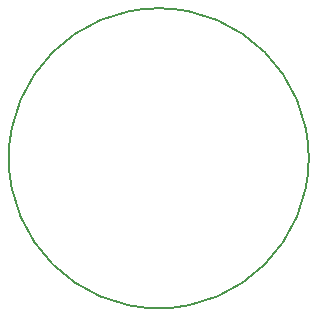
<source format=gbr>
%TF.GenerationSoftware,KiCad,Pcbnew,(5.0.1)-4*%
%TF.CreationDate,2019-05-07T07:57:09+02:00*%
%TF.ProjectId,ESPesh,4553506573682E6B696361645F706362,rev?*%
%TF.SameCoordinates,Original*%
%TF.FileFunction,Profile,NP*%
%FSLAX46Y46*%
G04 Gerber Fmt 4.6, Leading zero omitted, Abs format (unit mm)*
G04 Created by KiCad (PCBNEW (5.0.1)-4) date 07/05/2019 7:57:09*
%MOMM*%
%LPD*%
G01*
G04 APERTURE LIST*
%ADD10C,0.200000*%
G04 APERTURE END LIST*
D10*
X165798500Y-96710500D02*
G75*
G03X165798500Y-96710500I-12700000J0D01*
G01*
M02*

</source>
